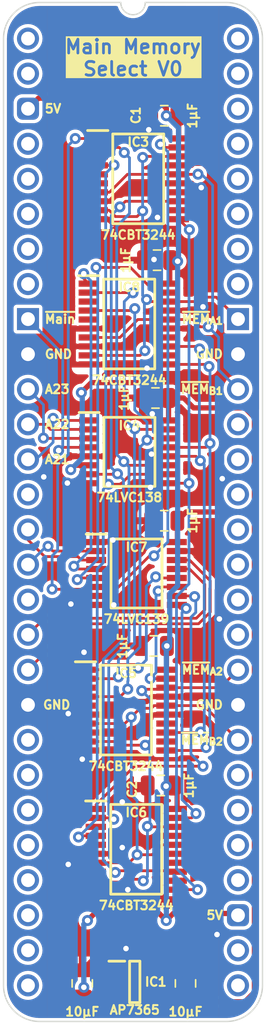
<source format=kicad_pcb>
(kicad_pcb (version 20240108) (generator "pcbnew") (generator_version "8.0")
  (title_block (title "Main Memory Select") (date "2024-02-18") (rev "V0"))
  (layers (0 "F.Cu" signal) (31 "B.Cu" signal) (34 "B.Paste" user) (35 "F.Paste" user) (36 "B.SilkS" user "B.Silkscreen") (37 "F.SilkS" user "F.Silkscreen") (38 "B.Mask" user) (39 "F.Mask" user) (44 "Edge.Cuts" user))
  (net 0 "")
  (net 1 "/3.3V")
  (net 3 "/Memory 14..16MB ~{CS}")
  (net 4 "/Memory 12..14MB ~{CS}")
  (net 5 "/Memory 10..12MB ~{CS}")
  (net 6 "/Memory 8..10MB ~{CS}")
  (net 7 "/Memory 6..8MB ~{CS}")
  (net 8 "/Memory 4..6MB ~{CS}")
  (net 9 "/Memory 2..4MB ~{CS}")
  (net 10 "/Memory 0..2MB ~{CS}")
  (net 27 "5V")
  (net 28 "GND")
  (net 37 "/Memory 8..12MB_{ Device}X")
  (net 67 "A21_{M}")
  (net 68 "A22_{M}")
  (net 69 "A23_{M}")
  (net 70 "~{Main}_{M}")
  (net 71 "~{Memory _{2..4MB}}_{ Device}X")
  (net 72 "~{Memory _{0..2MB}}_{ Device}X")
  (net 73 "/Memory 12..16MB_{ Device}X")
  (net 74 "/Memory 0..4MB_{ Device}Y")
  (net 75 "~{Memory _{2..4MB}}_{ Device}Y")
  (net 76 "~{Memory _{0..2MB}}_{ Device}Y")
  (net 77 "/Memory 4..8MB_{ Device}Y")
  (net 78 "/Memory 8..12MB_{ Device}Y")
  (net 79 "/Memory 12..16MB_{ Device}Y")
  (net 80 "Select 0_{ Device}X")
  (net 81 "Select 1_{ Device}X")
  (net 82 "/Memory 0..4MB_{ Device}X")
  (net 83 "/Memory 4..8MB_{ Device}X")
  (net 84 "Select 1_{ Device}Y")
  (net 85 "Select 0_{ Device}Y")
  (footprint "SamacSys_Parts:C_0805" (layer "F.Cu") (at 92.837 126.873)
    (property "Reference" "C10" (hide yes))
    (property "Value" "10µF")
  )
  (footprint "SamacSys_Parts:SOP65P640X110-16N" (layer "F.Cu") (at 96.774 97.166)
    (property "Reference" "IC7")
    (property "Value" "74LVC139PW,118" (hide yes))
  )
  (footprint "SamacSys_Parts:SOT95P285X130-5N" (layer "F.Cu") (at 96.647 126.746)
    (property "Reference" "IC1")
    (property "Value" "AP7365-33WG-7" (hide yes))
  )
  (footprint "SamacSys_Parts:C_0805" (layer "F.Cu") (at 98.806 64.008 90)
    (property "Reference" "C1")
    (property "Value" "1μF")
  )
  (footprint "SamacSys_Parts:C_0805" (layer "F.Cu") (at 98.281 74.471 90)
    (property "Reference" "C3" (hide yes))
    (property "Value" "1μF")
  )
  (footprint "SamacSys_Parts:SOP65P640X120-20N" (layer "F.Cu") (at 96.901 68.58)
    (property "Reference" "IC3")
    (property "Value" "SN74CBT3244CPWR" (hide yes))
  )
  (footprint "SamacSys_Parts:DIP-56_Board_W15.24mm" (layer "F.Cu") (at 88.9 58.42)
    (property "Reference" "J1" (hide yes))
    (property "Value" "Conn_02x28_Counter_Clockwise" (hide yes))
    (fp_line (start -1.778 68.58) (end -1.778 0) (stroke (width 0.1)) (layer "Edge.Cuts"))
    (fp_line (start 6.731 -2.6162) (end 0.835732 -2.613732) (stroke (width 0.1)) (layer "Edge.Cuts"))
    (fp_line (start 14.404267 -2.613733) (end 8.509 -2.6162) (stroke (width 0.1)) (layer "Edge.Cuts"))
    (fp_line (start 14.404268 71.193732) (end 0.835733 71.193733) (stroke (width 0.1)) (layer "Edge.Cuts"))
    (fp_line (start 17.018 68.58) (end 17.017999 -0.000001) (stroke (width 0.1)) (layer "Edge.Cuts"))
    (fp_arc (start -1.778 0) (mid -1.012456 -1.848188) (end 0.835732 -2.613732) (stroke (width 0.1)) (layer "Edge.Cuts"))
    (fp_arc (start 0.835733 71.193733) (mid -1.012457 70.428189) (end -1.778 68.58) (stroke (width 0.1)) (layer "Edge.Cuts"))
    (fp_arc (start 8.509 -2.6162) (mid 7.62 -1.7272) (end 6.731 -2.6162) (stroke (width 0.1)) (layer "Edge.Cuts"))
    (fp_arc (start 14.404267 -2.613733) (mid 16.252457 -1.84819) (end 17.017999 -0.000001) (stroke (width 0.1)) (layer "Edge.Cuts"))
    (fp_arc (start 17.018 68.58) (mid 16.252456 70.428187) (end 14.404268 71.193732) (stroke (width 0.1)) (layer "Edge.Cuts"))
  )
  (footprint "SamacSys_Parts:C_0805" (layer "F.Cu") (at 98.167 84.455 90)
    (property "Reference" "C5" (hide yes))
    (property "Value" "1μF")
  )
  (footprint "SamacSys_Parts:C_0805" (layer "F.Cu") (at 98.552 112.522 90)
    (property "Reference" "C2")
    (property "Value" "1μF")
  )
  (footprint "SamacSys_Parts:C_0805" (layer "F.Cu") (at 100.33 126.873)
    (property "Reference" "C11" (hide yes))
    (property "Value" "10µF")
  )
  (footprint "SamacSys_Parts:SOP65P640X120-20N" (layer "F.Cu") (at 96.757 117.143325)
    (property "Reference" "IC6")
    (property "Value" "SN74CBT3244CPWR" (hide yes))
  )
  (footprint "SamacSys_Parts:C_0805" (layer "F.Cu") (at 98.806 93.345 90)
    (property "Reference" "C12" (hide yes))
    (property "Value" "1μF")
  )
  (footprint "SamacSys_Parts:SOP65P640X110-16N" (layer "F.Cu") (at 96.262 88.354)
    (property "Reference" "IC4")
    (property "Value" "74LVC138APW-Q100J" (hide yes))
  )
  (footprint "SamacSys_Parts:C_0805" (layer "F.Cu") (at 98.044 102.414 90)
    (property "Reference" "C9" (hide yes))
    (property "Value" "1μF")
  )
  (footprint "SamacSys_Parts:SOP65P640X120-20N" (layer "F.Cu") (at 96.012 107.061)
    (property "Reference" "IC5")
    (property "Value" "SN74CBT3244CPWR" (hide yes))
  )
  (footprint "SamacSys_Parts:SOP65P640X120-20N" (layer "F.Cu") (at 96.249 79.095)
    (property "Reference" "IC8")
    (property "Value" "SN74CBT3244CPWR" (hide yes))
  )
  (gr_text "GND" (at 90.043 81.28 0) (layer "F.SilkS") (effects (font (size 0.635 0.635) (thickness 0.15) (bold yes)) (justify left)))
  (gr_text "5V" (at 90.043 63.5 0) (layer "F.SilkS") (effects (font (size 0.635 0.635) (thickness 0.15) (bold yes)) (justify left)))
  (gr_text "GND" (at 103.124 106.68 0) (layer "F.SilkS") (effects (font (size 0.635 0.635) (thickness 0.15) (bold yes)) (justify right)))
  (gr_text "~{Main}" (at 90.043 78.74 0) (layer "F.SilkS") (effects (font (size 0.635 0.635) (thickness 0.15) (bold yes)) (justify left)))
  (gr_text "Main Memory\nSelect V0" (at 96.52 59.817 0) (layer "F.SilkS" knockout) (effects (font (size 1 1) (thickness 0.2) (bold yes))))
  (gr_text "~{MEM}_{A2}" (at 103.124 104.14 0) (layer "F.SilkS") (effects (font (size 0.635 0.635) (thickness 0.15) (bold yes)) (justify right)))
  (gr_text "~{MEM}_{A1}" (at 103.124 78.74 0) (layer "F.SilkS") (effects (font (size 0.635 0.635) (thickness 0.15) (bold yes)) (justify right)))
  (gr_text "A21" (at 90.043 88.9 0) (layer "F.SilkS") (effects (font (size 0.635 0.635) (thickness 0.15) (bold yes)) (justify left)))
  (gr_text "~{MEM}_{B2}" (at 103.124 109.22 0) (layer "F.SilkS") (effects (font (size 0.635 0.635) (thickness 0.15) (bold yes)) (justify right)))
  (gr_text "A23" (at 90.043 83.82 0) (layer "F.SilkS") (effects (font (size 0.635 0.635) (thickness 0.15) (bold yes)) (justify left)))
  (gr_text "~{MEM}_{B1}" (at 103.124 83.82 0) (layer "F.SilkS") (effects (font (size 0.635 0.635) (thickness 0.15) (bold yes)) (justify right)))
  (gr_text "A22" (at 90.043 86.36 0) (layer "F.SilkS") (effects (font (size 0.635 0.635) (thickness 0.15) (bold yes)) (justify left)))
  (gr_text "5V" (at 103.124 121.92 0) (layer "F.SilkS") (effects (font (size 0.635 0.635) (thickness 0.15) (bold yes)) (justify right)))
  (gr_text "GND" (at 89.916 106.68 0) (layer "F.SilkS") (effects (font (size 0.635 0.635) (thickness 0.15) (bold yes)) (justify left)))
  (gr_text "GND" (at 103.124 81.28 0) (layer "F.SilkS") (effects (font (size 0.635 0.635) (thickness 0.15) (bold yes)) (justify right)))
  (segment (start 93.495719 83.34) (end 92.772 84.063719) (width 0.38) (layer "F.Cu") (net 1))
  (segment (start 105.33 127.492915) (end 105.33 93.265) (width 0.38) (layer "F.Cu") (net 1))
  (segment (start 99.101 85.993) (end 99.187 86.079) (width 0.38) (layer "F.Cu") (net 1))
  (segment (start 100.918 85.17) (end 100.203 84.455) (width 0.38) (layer "F.Cu") (net 1))
  (segment (start 100.33 127.807) (end 100.713 128.19) (width 0.38) (layer "F.Cu") (net 1))
  (segment (start 99.74 94.85) (end 99.699 94.891) (width 0.38) (layer "F.Cu") (net 1))
  (segment (start 104.632915 85.17) (end 100.918 85.17) (width 0.38) (layer "F.Cu") (net 1))
  (segment (start 99.101 84.455) (end 97.986 83.34) (width 0.38) (layer "F.Cu") (net 1))
  (segment (start 100.713 128.19) (end 104.632915 128.19) (width 0.38) (layer "F.Cu") (net 1))
  (segment (start 105.33 85.867085) (end 104.632915 85.17) (width 0.38) (layer "F.Cu") (net 1))
  (segment (start 105.33 92.155) (end 105.33 85.867085) (width 0.38) (layer "F.Cu") (net 1))
  (segment (start 92.319409 89.329) (end 92.002634 89.645775) (width 0.38) (layer "F.Cu") (net 1))
  (segment (start 105.33 93.265) (end 104.775 92.71) (width 0.38) (layer "F.Cu") (net 1))
  (segment (start 104.632915 128.19) (end 105.33 127.492915) (width 0.38) (layer "F.Cu") (net 1))
  (segment (start 100.203 84.455) (end 99.101 84.455) (width 0.38) (layer "F.Cu") (net 1))
  (segment (start 104.775 92.71) (end 100.375 92.71) (width 0.38) (layer "F.Cu") (net 1))
  (segment (start 104.775 92.71) (end 105.33 92.155) (width 0.38) (layer "F.Cu") (net 1))
  (segment (start 98.319 125.796) (end 100.33 127.807) (width 0.38) (layer "F.Cu") (net 1))
  (segment (start 99.74 93.345) (end 99.74 94.85) (width 0.38) (layer "F.Cu") (net 1))
  (segment (start 93.337 89.329) (end 92.319409 89.329) (width 0.38) (layer "F.Cu") (net 1))
  (segment (start 99.101 84.455) (end 99.101 85.993) (width 0.38) (layer "F.Cu") (net 1))
  (segment (start 97.986 83.34) (end 93.495719 83.34) (width 0.38) (layer "F.Cu") (net 1))
  (segment (start 100.375 92.71) (end 99.74 93.345) (width 0.38) (layer "F.Cu") (net 1))
  (via (at 92.772 84.063719) (size 0.8) (drill 0.4) (layers "F.Cu" "B.Cu") (net 1))
  (via (at 92.002634 89.645775) (size 0.8) (drill 0.4) (layers "F.Cu" "B.Cu") (net 1))
  (segment (start 92.837 88.811409) (end 92.002634 89.645775) (width 0.38) (layer "B.Cu") (net 1))
  (segment (start 92.837 84.128719) (end 92.837 88.811409) (width 0.38) (layer "B.Cu") (net 1))
  (segment (start 92.772 84.063719) (end 92.837 84.128719) (width 0.38) (layer "B.Cu") (net 1))
  (segment (start 99.839 70.205) (end 95.972996 70.205) (width 0.2) (layer "F.Cu") (net 3))
  (segment (start 95.352985 118.698356) (end 95.233 118.818341) (width 0.2) (layer "F.Cu") (net 3))
  (segment (start 99.625031 118.698356) (end 95.352985 118.698356) (width 0.2) (layer "F.Cu") (net 3))
  (segment (start 93.337 89.979) (end 95.361183 89.979) (width 0.2) (layer "F.Cu") (net 3))
  (segment (start 95.972996 70.205) (end 95.565998 70.611998) (width 0.2) (layer "F.Cu") (net 3))
  (segment (start 95.361183 89.979) (end 95.393344 89.946839) (width 0.2) (layer "F.Cu") (net 3))
  (via (at 95.565998 70.611998) (size 0.8) (drill 0.4) (layers "F.Cu" "B.Cu") (net 3))
  (via (at 95.393344 89.946839) (size 0.8) (drill 0.4) (layers "F.Cu" "B.Cu") (net 3))
  (via (at 95.233 118.818341) (size 0.8) (drill 0.4) (layers "F.Cu" "B.Cu") (net 3))
  (segment (start 94.939 89.492495) (end 94.939 71.238996) (width 0.2) (layer "B.Cu") (net 3))
  (segment (start 94.361 103.389628) (end 94.361 117.946341) (width 0.2) (layer "B.Cu") (net 3))
  (segment (start 95.828 90.381495) (end 95.828 101.922628) (width 0.2) (layer "B.Cu") (net 3))
  (segment (start 95.828 101.922628) (end 94.361 103.389628) (width 0.2) (layer "B.Cu") (net 3))
  (segment (start 94.939 71.238996) (end 95.565998 70.611998) (width 0.2) (layer "B.Cu") (net 3))
  (segment (start 94.361 117.946341) (end 95.233 118.818341) (width 0.2) (layer "B.Cu") (net 3))
  (segment (start 95.393344 89.946839) (end 94.939 89.492495) (width 0.2) (layer "B.Cu") (net 3))
  (segment (start 95.393344 89.946839) (end 95.828 90.381495) (width 0.2) (layer "B.Cu") (net 3))
  (segment (start 100.597 72.263) (end 100.612 72.263) (width 0.2) (layer "F.Cu") (net 4))
  (segment (start 99.839 71.505) (end 100.597 72.263) (width 0.2) (layer "F.Cu") (net 4))
  (segment (start 99.187 90.629) (end 100.584 90.629) (width 0.2) (layer "F.Cu") (net 4))
  (segment (start 101.202 120.064325) (end 99.699 120.064325) (width 0.2) (layer "F.Cu") (net 4))
  (via (at 100.612 72.263) (size 0.8) (drill 0.4) (layers "F.Cu" "B.Cu") (net 4))
  (via (at 101.202 120.064325) (size 0.8) (drill 0.4) (layers "F.Cu" "B.Cu") (net 4))
  (via (at 100.584 90.629) (size 0.8) (drill 0.4) (layers "F.Cu" "B.Cu") (net 4))
  (segment (start 100.584 97.921482) (end 100.584 90.629) (width 0.2) (layer "B.Cu") (net 4))
  (segment (start 99.675998 118.538323) (end 99.675998 98.829484) (width 0.2) (layer "B.Cu") (net 4))
  (segment (start 100.584 72.291) (end 100.612 72.263) (width 0.2) (layer "B.Cu") (net 4))
  (segment (start 101.202 120.064325) (end 99.675998 118.538323) (width 0.2) (layer "B.Cu") (net 4))
  (segment (start 99.675998 98.829484) (end 100.584 97.921482) (width 0.2) (layer "B.Cu") (net 4))
  (segment (start 100.584 90.629) (end 100.584 72.291) (width 0.2) (layer "B.Cu") (net 4))
  (segment (start 96.351133 89.979) (end 95.683294 90.646839) (width 0.2) (layer "F.Cu") (net 5))
  (segment (start 93.819 116.168325) (end 92.652004 116.168325) (width 0.2) (layer "F.Cu") (net 5))
  (segment (start 99.187 89.979) (end 96.351133 89.979) (width 0.2) (layer "F.Cu") (net 5))
  (segment (start 92.652004 116.168325) (end 92.566004 116.254325) (width 0.2) (layer "F.Cu") (net 5))
  (segment (start 93.963 67.605) (end 95.122358 67.605) (width 0.2) (layer "F.Cu") (net 5))
  (segment (start 95.580047 90.702903) (end 94.738842 90.702903) (width 0.2) (layer "F.Cu") (net 5))
  (segment (start 95.636111 90.646839) (end 95.580047 90.702903) (width 0.2) (layer "F.Cu") (net 5))
  (segment (start 95.122358 67.605) (end 95.144142 67.583216) (width 0.2) (layer "F.Cu") (net 5))
  (segment (start 95.683294 90.646839) (end 95.636111 90.646839) (width 0.2) (layer "F.Cu") (net 5))
  (via (at 92.566004 116.254325) (size 0.8) (drill 0.4) (layers "F.Cu" "B.Cu") (net 5))
  (via (at 95.144142 67.583216) (size 0.8) (drill 0.4) (layers "F.Cu" "B.Cu") (net 5))
  (via (at 94.738842 90.702903) (size 0.8) (drill 0.4) (layers "F.Cu" "B.Cu") (net 5))
  (segment (start 93.922 96.823361) (end 93.922 114.898328) (width 0.2) (layer "B.Cu") (net 5))
  (segment (start 95.144142 67.583216) (end 94.539 68.188358) (width 0.2) (layer "B.Cu") (net 5))
  (segment (start 92.566004 116.254325) (end 93.922 114.898328) (width 0.2) (layer "B.Cu") (net 5))
  (segment (start 94.361 96.384361) (end 93.922 96.823361) (width 0.2) (layer "B.Cu") (net 5))
  (segment (start 94.539 90.503061) (end 94.738842 90.702903) (width 0.2) (layer "B.Cu") (net 5))
  (segment (start 94.361 91.080745) (end 94.361 96.384361) (width 0.2) (layer "B.Cu") (net 5))
  (segment (start 94.738842 90.702903) (end 94.361 91.080745) (width 0.2) (layer "B.Cu") (net 5))
  (segment (start 94.539 68.188358) (end 94.539 90.503061) (width 0.2) (layer "B.Cu") (net 5))
  (segment (start 95.023233 114.868325) (end 95.121648 114.96674) (width 0.2) (layer "F.Cu") (net 6))
  (segment (start 96.123398 89.329) (end 95.853283 89.058885) (width 0.2) (layer "F.Cu") (net 6))
  (segment (start 93.963 66.305) (end 95.515002 66.305) (width 0.2) (layer "F.Cu") (net 6))
  (segment (start 93.819 114.868325) (end 95.023233 114.868325) (width 0.2) (layer "F.Cu") (net 6))
  (segment (start 99.187 89.329) (end 96.123398 89.329) (width 0.2) (layer "F.Cu") (net 6))
  (segment (start 95.515002 66.305) (end 95.885001 66.674999) (width 0.2) (layer "F.Cu") (net 6))
  (via (at 95.885001 66.674999) (size 0.8) (drill 0.4) (layers "F.Cu" "B.Cu") (net 6))
  (via (at 95.853283 89.058885) (size 0.8) (drill 0.4) (layers "F.Cu" "B.Cu") (net 6))
  (via (at 95.121648 114.96674) (size 0.8) (drill 0.4) (layers "F.Cu" "B.Cu") (net 6))
  (segment (start 95.339 88.544602) (end 95.339 72.02095) (width 0.2) (layer "B.Cu") (net 6))
  (segment (start 96.266 71.09395) (end 96.266 67.055998) (width 0.2) (layer "B.Cu") (net 6))
  (segment (start 96.266 67.055998) (end 95.885001 66.674999) (width 0.2) (layer "B.Cu") (net 6))
  (segment (start 95.853283 89.058885) (end 96.228 89.433602) (width 0.2) (layer "B.Cu") (net 6))
  (segment (start 95.339 72.02095) (end 96.266 71.09395) (width 0.2) (layer "B.Cu") (net 6))
  (segment (start 95.853283 89.058885) (end 95.339 88.544602) (width 0.2) (layer "B.Cu") (net 6))
  (segment (start 94.761 114.606092) (end 95.121648 114.96674) (width 0.2) (layer "B.Cu") (net 6))
  (segment (start 96.228 102.088314) (end 94.761 103.555314) (width 0.2) (layer "B.Cu") (net 6))
  (segment (start 96.228 89.433602) (end 96.228 102.088314) (width 0.2) (layer "B.Cu") (net 6))
  (segment (start 94.761 103.555314) (end 94.761 114.606092) (width 0.2) (layer "B.Cu") (net 6))
  (segment (start 98.95 108.686) (end 101.387863 108.686) (width 0.2) (layer "F.Cu") (net 7))
  (segment (start 101.0928 88.679) (end 101.408 88.9942) (width 0.2) (layer "F.Cu") (net 7))
  (segment (start 99.187 80.72) (end 101.167002 80.72) (width 0.2) (layer "F.Cu") (net 7))
  (segment (start 99.187 88.679) (end 101.0928 88.679) (width 0.2) (layer "F.Cu") (net 7))
  (segment (start 101.387863 108.686) (end 101.426 108.647863) (width 0.2) (layer "F.Cu") (net 7))
  (segment (start 101.167002 80.72) (end 101.346002 80.899) (width 0.2) (layer "F.Cu") (net 7))
  (via (at 101.408 88.9942) (size 0.8) (drill 0.4) (layers "F.Cu" "B.Cu") (net 7))
  (via (at 101.426 108.647863) (size 0.8) (drill 0.4) (layers "F.Cu" "B.Cu") (net 7))
  (via (at 101.346002 80.899) (size 0.8) (drill 0.4) (layers "F.Cu" "B.Cu") (net 7))
  (segment (start 101.689 108.384863) (end 101.426 108.647863) (width 0.2) (layer "B.Cu") (net 7))
  (segment (start 101.408 88.9942) (end 101.335056 88.921256) (width 0.2) (layer "B.Cu") (net 7))
  (segment (start 101.335056 88.921256) (end 101.335056 80.909946) (width 0.2) (layer "B.Cu") (net 7))
  (segment (start 101.689 89.2752) (end 101.689 108.384863) (width 0.2) (layer "B.Cu") (net 7))
  (segment (start 101.335056 80.909946) (end 101.346002 80.899) (width 0.2) (layer "B.Cu") (net 7))
  (segment (start 101.408 88.9942) (end 101.689 89.2752) (width 0.2) (layer "B.Cu") (net 7))
  (segment (start 101.611134 109.986) (end 101.826 109.771134) (width 0.2) (layer "F.Cu") (net 8))
  (segment (start 101.885996 82.02) (end 102.034996 82.169) (width 0.2) (layer "F.Cu") (net 8))
  (segment (start 98.95 109.986) (end 101.611134 109.986) (width 0.2) (layer "F.Cu") (net 8))
  (segment (start 99.187 82.02) (end 101.885996 82.02) (width 0.2) (layer "F.Cu") (net 8))
  (segment (start 99.187 88.029) (end 101.818779 88.029) (width 0.2) (layer "F.Cu") (net 8))
  (segment (start 101.818779 88.029) (end 102.108 87.739779) (width 0.2) (layer "F.Cu") (net 8))
  (via (at 102.108 87.739779) (size 0.8) (drill 0.4) (layers "F.Cu" "B.Cu") (net 8))
  (via (at 101.826 109.771134) (size 0.8) (drill 0.4) (layers "F.Cu" "B.Cu") (net 8))
  (via (at 102.034996 82.169) (size 0.8) (drill 0.4) (layers "F.Cu" "B.Cu") (net 8))
  (segment (start 102.108 98.226608) (end 102.089 98.245608) (width 0.2) (layer "B.Cu") (net 8))
  (segment (start 102.089 98.245608) (end 102.089 107.964036) (width 0.2) (layer "B.Cu") (net 8))
  (segment (start 102.126 108.001036) (end 102.126 109.471134) (width 0.2) (layer "B.Cu") (net 8))
  (segment (start 102.089 107.964036) (end 102.126 108.001036) (width 0.2) (layer "B.Cu") (net 8))
  (segment (start 102.108 82.242004) (end 102.034996 82.169) (width 0.2) (layer "B.Cu") (net 8))
  (segment (start 102.108 87.739779) (end 102.108 98.226608) (width 0.2) (layer "B.Cu") (net 8))
  (segment (start 102.126 109.471134) (end 101.826 109.771134) (width 0.2) (layer "B.Cu") (net 8))
  (segment (start 102.108 87.739779) (end 102.108 82.242004) (width 0.2) (layer "B.Cu") (net 8))
  (segment (start 97.66 87.379) (end 97.536 87.503) (width 0.2) (layer "F.Cu") (net 9))
  (segment (start 93.074 106.086) (end 95.59 106.086) (width 0.2) (layer "F.Cu") (net 9))
  (segment (start 96.647 77.978) (end 96.505 78.12) (width 0.2) (layer "F.Cu") (net 9))
  (segment (start 95.59 106.086) (end 96.139 105.537) (width 0.2) (layer "F.Cu") (net 9))
  (segment (start 99.187 87.379) (end 97.66 87.379) (width 0.2) (layer "F.Cu") (net 9))
  (segment (start 96.505 78.12) (end 93.311 78.12) (width 0.2) (layer "F.Cu") (net 9))
  (via (at 97.536 87.503) (size 0.8) (drill 0.4) (layers "F.Cu" "B.Cu") (net 9))
  (via (at 96.647 77.978) (size 0.8) (drill 0.4) (layers "F.Cu" "B.Cu") (net 9))
  (via (at 96.139 105.537) (size 0.8) (drill 0.4) (layers "F.Cu" "B.Cu") (net 9))
  (segment (start 97.536 86.20695) (end 96.647 85.31795) (width 0.2) (layer "B.Cu") (net 9))
  (segment (start 96.139 104.346287) (end 96.161 104.368287) (width 0.2) (layer "B.Cu") (net 9))
  (segment (start 96.647 85.31795) (end 96.647 77.978) (width 0.2) (layer "B.Cu") (net 9))
  (segment (start 97.028 102.489) (end 96.139 103.378) (width 0.2) (layer "B.Cu") (net 9))
  (segment (start 97.028 88.011) (end 97.028 102.489) (width 0.2) (layer "B.Cu") (net 9))
  (segment (start 97.536 87.503) (end 97.536 86.20695) (width 0.2) (layer "B.Cu") (net 9))
  (segment (start 96.139 103.378) (end 96.139 104.346287) (width 0.2) (layer "B.Cu") (net 9))
  (segment (start 97.536 87.503) (end 97.028 88.011) (width 0.2) (layer "B.Cu") (net 9))
  (segment (start 96.139 104.970187) (end 96.139 105.537) (width 0.2) (layer "B.Cu") (net 9))
  (segment (start 96.161 104.948187) (end 96.139 104.970187) (width 0.2) (layer "B.Cu") (net 9))
  (segment (start 96.161 104.368287) (end 96.161 104.948187) (width 0.2) (layer "B.Cu") (net 9))
  (segment (start 93.311 76.82) (end 96.505 76.82) (width 0.2) (layer "F.Cu") (net 10))
  (segment (start 95.333237 104.786) (end 95.461 104.658237) (width 0.2) (layer "F.Cu") (net 10))
  (segment (start 99.187 86.729) (end 96.687 86.729) (width 0.2) (layer "F.Cu") (net 10))
  (segment (start 96.687 86.729) (end 96.647 86.689) (width 0.2) (layer "F.Cu") (net 10))
  (segment (start 96.505 76.82) (end 96.520004 76.835004) (width 0.2) (layer "F.Cu") (net 10))
  (segment (start 93.074 104.786) (end 95.333237 104.786) (width 0.2) (layer "F.Cu") (net 10))
  (via (at 96.520004 76.835004) (size 0.8) (drill 0.4) (layers "F.Cu" "B.Cu") (net 10))
  (via (at 95.461 104.658237) (size 0.8) (drill 0.4) (layers "F.Cu" "B.Cu") (net 10))
  (via (at 96.647 86.689) (size 0.8) (drill 0.4) (layers "F.Cu" "B.Cu") (net 10))
  (segment (start 95.885 77.470008) (end 96.520004 76.835004) (width 0.2) (layer "B.Cu") (net 10))
  (segment (start 95.885 85.927) (end 95.885 77.470008) (width 0.2) (layer "B.Cu") (net 10))
  (segment (start 96.628 86.708) (end 96.628 102.254) (width 0.2) (layer "B.Cu") (net 10))
  (segment (start 95.461 103.421) (end 95.461 104.658237) (width 0.2) (layer "B.Cu") (net 10))
  (segment (start 96.647 86.689) (end 96.628 86.708) (width 0.2) (layer "B.Cu") (net 10))
  (segment (start 96.628 102.254) (end 95.461 103.421) (width 0.2) (layer "B.Cu") (net 10))
  (segment (start 96.647 86.689) (end 95.885 85.927) (width 0.2) (layer "B.Cu") (net 10))
  (segment (start 98.9395 63.477403) (end 98.200097 62.738) (width 0.38) (layer "F.Cu") (net 27))
  (segment (start 98.200097 62.738) (end 89.662 62.738) (width 0.38) (layer "F.Cu") (net 27))
  (segment (start 99.723 112.571325) (end 99.723 114.190325) (width 0.38) (layer "F.Cu") (net 27))
  (segment (start 98.9395 64.008) (end 98.9395 63.477403) (width 0.38) (layer "F.Cu") (net 27))
  (segment (start 98.9395 64.008) (end 99.74 64.008) (width 0.38) (layer "F.Cu") (net 27))
  (segment (start 99.187 76.17) (end 99.187 74.499) (width 0.38) (layer "F.Cu") (net 27))
  (segment (start 96.312 127.686) (end 96.302 127.696) (width 0.38) (layer "F.Cu") (net 27))
  (segment (start 96.312 125.806) (end 96.312 127.686) (width 0.38) (layer "F.Cu") (net 27))
  (segment (start 95.347 125.796) (end 96.302 125.796) (width 0.38) (layer "F.Cu") (net 27))
  (segment (start 99.723 112.571325) (end 98.9225 112.571325) (width 0.38) (layer "F.Cu") (net 27))
  (segment (start 89.662 62.738) (end 88.9 63.5) (width 0.38) (layer "F.Cu") (net 27))
  (segment (start 93.726001 121.793) (end 93.218001 122.301) (width 0.38) (layer "F.Cu") (net 27))
  (segment (start 96.302 127.696) (end 95.347 127.696) (width 0.38) (layer "F.Cu") (net 27))
  (segment (start 98.95 104.136) (end 98.95 102.442) (width 0.38) (layer "F.Cu") (net 27))
  (segment (start 92.837 127.254) (end 92.951885 127.139115) (width 0.38) (layer "F.Cu") (net 27))
  (segment (start 99.293 74.549) (end 99.76 74.549) (width 0.38) (layer "F.Cu") (net 27))
  (segment (start 99.441 121.793) (end 98.933 122.301) (width 0.38) (layer "F.Cu") (net 27))
  (segment (start 104.013 121.793) (end 99.441 121.793) (width 0.38) (layer "F.Cu") (net 27))
  (segment (start 98.425 121.793) (end 93.726001 121.793) (width 0.38) (layer "F.Cu") (net 27))
  (segment (start 98.933 122.301) (end 98.425 121.793) (width 0.38) (layer "F.Cu") (net 27))
  (segment (start 99.839 65.655) (end 99.839 64.107) (width 0.38) (layer "F.Cu") (net 27))
  (segment (start 96.302 125.796) (end 96.312 125.806) (width 0.38) (layer "F.Cu") (net 27))
  (segment (start 92.837 127.807) (end 92.837 127.254) (width 0.38) (layer "F.Cu") (net 27))
  (segment (start 92.837 127.807) (end 95.236 127.807) (width 0.38) (layer "F.Cu") (net 27))
  (via (at 99.76 74.549) (size 0.8) (drill 0.4) (layers "F.Cu" "B.Cu") (net 27))
  (via (at 98.9395 64.008) (size 0.8) (drill 0.4) (layers "F.Cu" "B.Cu") (net 27))
  (via (at 92.951885 127.139115) (size 0.8) (drill 0.4) (layers "F.Cu" "B.Cu") (net 27))
  (via (at 98.933 122.301) (size 0.8) (drill 0.4) (layers "F.Cu" "B.Cu") (net 27))
  (via (at 98.97596 102.414) (size 0.8) (drill 0.4) (layers "F.Cu" "B.Cu") (net 27))
  (via (at 98.9225 112.571325) (size 0.8) (drill 0.4) (layers "F.Cu" "B.Cu") (net 27))
  (via (at 93.218001 122.301) (size 0.8) (drill 0.4) (layers "F.Cu" "B.Cu") (net 27))
  (segment (start 92.951885 122.567116) (end 93.218001 122.301) (width 0.38) (layer "B.Cu") (net 27))
  (segment (start 98.9395 102.45046) (end 98.97596 102.414) (width 0.38) (layer "B.Cu") (net 27))
  (segment (start 99.185998 102.203962) (end 99.185998 98.62652) (width 0.38) (layer "B.Cu") (net 27))
  (segment (start 99.76 98.052518) (end 99.76 74.549) (width 0.38) (layer "B.Cu") (net 27))
  (segment (start 98.97596 102.414) (end 99.185998 102.203962) (width 0.38) (layer "B.Cu") (net 27))
  (segment (start 99.822 64.8905) (end 99.822 74.487) (width 0.38) (layer "B.Cu") (net 27))
  (segment (start 98.9395 122.2945) (end 98.933 122.301) (width 0.38) (layer "B.Cu") (net 27))
  (segment (start 98.9395 64.008) (end 99.822 64.8905) (width 0.38) (layer "B.Cu") (net 27))
  (segment (start 98.9395 112.268) (end 98.9395 102.45046) (width 0.38) (layer "B.Cu") (net 27))
  (segment (start 98.9395 112.268) (end 98.9395 122.2945) (width 0.38) (layer "B.Cu") (net 27))
  (segment (start 92.951885 127.139115) (end 92.951885 122.567116) (width 0.38) (layer "B.Cu") (net 27))
  (segment (start 99.822 74.487) (end 99.76 74.549) (width 0.38) (layer "B.Cu") (net 27))
  (segment (start 99.185998 98.62652) (end 99.76 98.052518) (width 0.38) (layer "B.Cu") (net 27))
  (segment (start 97.078 102.414) (end 98.193 101.299) (width 0.38) (layer "F.Cu") (net 28))
  (segment (start 91.078132 90.17) (end 91.194954 90.053178) (width 0.38) (layer "F.Cu") (net 28))
  (segment (start 88.9 106.68) (end 89.916 106.68) (width 0.38) (layer "F.Cu") (net 28))
  (segment (start 98.649 91.821) (end 101.346 91.821) (width 0.38) (layer "F.Cu") (net 28))
  (segment (start 98.0695 79.42) (end 97.6065 79.883) (width 0.38) (layer "F.Cu") (net 28))
  (segment (start 97.79 90.962) (end 98.649 91.821) (width 0.38) (layer "F.Cu") (net 28))
  (segment (start 94.912 94.891) (end 95.061 94.742) (width 0.38) (layer "F.Cu") (net 28))
  (segment (start 102.95 80.09) (end 104.14 81.28) (width 0.38) (layer "F.Cu") (net 28))
  (segment (start 90.043 90.17) (end 91.078132 90.17) (width 0.38) (layer "F.Cu") (net 28))
  (segment (start 92.1835 80.73) (end 92.1835 82.01) (width 0.38) (layer "F.Cu") (net 28))
  (segment (start 103.546 106.086) (end 98.95 106.086) (width 0.38) (layer "F.Cu") (net 28))
  (segment (start 95.21 94.891) (end 95.061 94.742) (width 0.38) (layer "F.Cu") (net 28))
  (segment (start 97.662994 64.185006) (end 97.662994 65.024) (width 0.38) (layer "F.Cu") (net 28))
  (segment (start 97.995004 74.471) (end 98.044 74.422004) (width 0.38) (layer "F.Cu") (net 28))
  (segment (start 93.819 117.468325) (end 95.289 117.468325) (width 0.38) (layer "F.Cu") (net 28))
  (segment (start 93.819 120.068325) (end 92.7015 120.068325) (width 0.38) (layer "F.Cu") (net 28))
  (segment (start 96.294 94.891) (end 95.21 94.891) (width 0.38) (layer "F.Cu") (net 28))
  (segment (start 98.95 106.086) (end 97.876 106.086) (width 0.38) (layer "F.Cu") (net 28))
  (segment (start 100.8125 116.168325) (end 100.8225 116.178325) (width 0.38) (layer "F.Cu") (net 28))
  (segment (start 92.1835 79.455) (end 92.1835 80.685) (width 0.38) (layer "F.Cu") (net 28))
  (segment (start 98.915 107.421) (end 97.8225 107.421) (width 0.38) (layer "F.Cu") (net 28))
  (segment (start 98.2375 116.508325) (end 98.5775 116.168325) (width 0.38) (layer "F.Cu") (net 28))
  (segment (start 94.855768 70.205) (end 96.155768 68.905) (width 0.38) (layer "F.Cu") (net 28))
  (segment (start 100.8225 117.458325) (end 100.8125 117.468325) (width 0.38) (layer "F.Cu") (net 28))
  (segment (start 101.346 91.821) (end 101.473 91.821) (width 0.38) (layer "F.Cu") (net 28))
  (segment (start 95.551932 108.686) (end 93.074 108.686) (width 0.38) (layer "F.Cu") (net 28))
  (segment (start 101.092 69.215) (end 101.473 69.215) (width 0.38) (layer "F.Cu") (net 28))
  (segment (start 98.5775 116.168325) (end 99.695 116.168325) (width 0.38) (layer "F.Cu") (net 28))
  (segment (start 92.6915 118.778325) (end 92.7015 118.768325) (width 0.38) (layer "F.Cu") (net 28))
  (segment (start 97.876 106.086) (end 97.521 106.441) (width 0.38) (layer "F.Cu") (net 28))
  (segment (start 93.337 88.679) (end 92.410361 88.679) (width 0.38) (layer "F.Cu") (net 28))
  (segment (start 92.8455 70.205) (end 92.8355 70.215) (width 0.38) (layer "F.Cu") (net 28))
  (segment (start 92.6915 120.058325) (end 92.6915 118.778325) (width 0.38) (layer "F.Cu") (net 28))
  (segment (start 92.7085 118.475) (end 92.059 118.475) (width 0.38) (layer "F.Cu") (net 28))
  (segment (start 92.2185 80.72) (end 93.311 80.72) (width 0.38) (layer "F.Cu") (net 28))
  (segment (start 102.95 80.09) (end 101.495036 80.09) (width 0.38) (layer "F.Cu") (net 28))
  (segment (start 91.85218 88.679) (end 91.194954 89.336226) (width 0.38) (layer "F.Cu") (net 28))
  (segment (start 92.6915 118.758325) (end 92.7015 118.768325) (width 0.38) (layer "F.Cu") (net 28))
  (segment (start 93.42 102.414) (end 92.964 102.87) (width 0.38) (layer "F.Cu") (net 28))
  (segment (start 94.328 88.679) (end 93.337 88.679) (width 0.38) (layer "F.Cu") (net 28))
  (segment (start 95.289 117.468325) (end 95.741 117.016325) (width 0.38) (layer "F.Cu") (net 28))
  (segment (start 92.1835 82.01) (end 92.1935 82.02) (width 0.38) (layer "F.Cu") (net 28))
  (segment (start 91.770776 90.629) (end 91.756888 90.615112) (width 0.38) (layer "F.Cu") (net 28))
  (segment (start 99.695 116.168325) (end 100.8125 116.168325) (width 0.38) (layer "F.Cu") (net 28))
  (segment (start 101.331 78.12) (end 101.6 77.851) (width 0.38) (layer "F.Cu") (net 28))
  (segment (start 89.916 106.68) (end 90.622 107.386) (width 0.38) (layer "F.Cu") (net 28))
  (segment (start 93.963 71.505) (end 94.746 71.505) (width 0.38) (layer "F.Cu") (net 28))
  (segment (start 94.746 71.505) (end 95.043 71.802) (width 0.38) (layer "F.Cu") (net 28))
  (segment (start 102.235 68.072) (end 102.235 68.453) (width 0.38) (layer "F.Cu") (net 28))
  (segment (start 93.819 120.068325) (end 96.142976 120.068325) (width 0.38) (layer "F.Cu") (net 28))
  (segment (start 93.963 70.205) (end 94.855768 70.205) (width 0.38) (layer "F.Cu") (net 28))
  (segment (start 94.411 124.333) (end 92.837 125.907) (width 0.38) (layer "F.Cu") (net 28))
  (segment (start 93.337 91.178) (end 93.337 90.629) (width 0.38) (layer "F.Cu") (net 28))
  (segment (start 91.059 81.28) (end 91.609 80.73) (width 0.38) (layer "F.Cu") (net 28))
  (segment (start 92.1835 80.685) (end 92.2185 80.72) (width 0.38) (layer "F.Cu") (net 28))
  (segment (start 96.163672 88.252045) (end 94.754955 88.252045) (width 0.38) (layer "F.Cu") (net 28))
  (segment (start 96.012 124.333) (end 94.411 124.333) (width 0.38) (layer "F.Cu") (net 28))
  (segment (start 101.495036 80.09) (end 100.825036 79.42) (width 0.38) (layer "F.Cu") (net 28))
  (segment (start 92.7015 118.768325) (end 93.819 118.768325) (width 0.38) (layer "F.Cu") (net 28))
  (segment (start 99.187 78.12) (end 101.331 78.12) (width 0.38) (layer "F.Cu") (net 28))
  (segment (start 91.821 107.315) (end 91.892 107.386) (width 0.38) (layer "F.Cu") (net 28))
  (segment (start 92.8355 71.495) (end 92.8455 71.505) (width 0.38) (layer "F.Cu") (net 28))
  (segment (start 91.892 107.386) (end 93.074 107.386) (width 0.38) (layer "F.Cu") (net 28))
  (segment (start 93.337 90.629) (end 91.770776 90.629) (width 0.38) (layer "F.Cu") (net 28))
  (segment (start 96.251 106.441) (end 95.306 107.386) (width 0.38) (layer "F.Cu") (net 28))
  (segment (start 93.819 117.468325) (end 92.7015 117.468325) (width 0.38) (layer "F.Cu") (net 28))
  (segment (start 99.699 95.541) (end 100.804 95.541) (width 0.38) (layer "F.Cu") (net 28))
  (segment (start 92.059 118.475) (end 91.821 118.237) (width 0.38) (layer "F.Cu") (net 28))
  (segment (start 97.201 84.882) (end 97.917 85.598) (width 0.38) (layer "F.Cu") (net 28))
  (segment (start 97.26 82.02) (end 97.536 82.296) (width 0.38) (layer "F.Cu") (net 28))
  (segment (start 98.193 101.299) (end 101.947006 101.299) (width 0.38) (layer "F.Cu") (net 28))
  (segment (start 96.249 116.508325) (end 98.2375 116.508325) (width 0.38) (layer "F.Cu") (net 28))
  (segment (start 93.849 94.891) (end 94.912 94.891) (width 0.38) (layer "F.Cu") (net 28))
  (segment (start 93.903 125.907) (end 92.837 125.907) (width 0.38) (layer "F.Cu") (net 28))
  (segment (start 92.410361 88.679) (end 91.85218 88.679) (width 0.38) (layer "F.Cu") (net 28))
  (segment (start 91.194954 90.053178) (end 91.756888 90.615112) (width 0.38) (layer "F.Cu") (net 28))
  (segment (start 101.947006 101.299) (end 102.789006 100.457) (width 0.38) (layer "F.Cu") (net 28))
  (segment (start 97.862498 88.519) (end 96.430627 88.519) (width 0.38) (layer "F.Cu") (net 28))
  (segment (start 102.789006 97.526006) (end 102.789006 100.457) (width 0.38) (layer "F.Cu") (net 28))
  (segment (start 102.235 68.453) (end 101.473 69.215) (width 0.38) (layer "F.Cu") (net 28))
  (segment (start 91.194954 89.336226) (end 91.194954 90.053178) (width 0.38) (layer "F.Cu") (net 28))
  (segment (start 100.8225 116.178325) (end 100.8225 117.458325) (width 0.38) (layer "F.Cu") (net 28))
  (segment (start 100.75707 67.605) (end 100.908521 67.453549) (width 0.38) (layer "F.Cu") (net 28))
  (segment (start 92.1935 82.02) (end 93.311 82.02) (width 0.38) (layer "F.Cu") (net 28))
  (segment (start 100.908521 67.453549) (end 101.616549 67.453549) (width 0.38) (layer "F.Cu") (net 28))
  (segment (start 92.7015 120.068325) (end 92.6915 120.058325) (width 0.38) (layer "F.Cu") (net 28))
  (segment (start 95.831932 108.966) (end 95.551932 108.686) (width 0.38) (layer "F.Cu") (net 28))
  (segment (start 92.075 99.441) (end 92.011502 99.377502) (width 0.38) (layer "F.Cu") (net 28))
  (segment (start 101.473 91.821) (end 102.997 90.297) (width 0.38) (layer "F.Cu") (net 28))
  (segment (start 88.9 81.28) (end 91.059 81.28) (width 0.38) (layer "F.Cu") (net 28))
  (segment (start 97.79 90.932) (end 97.79 90.962) (width 0.38) (layer "F.Cu") (net 28))
  (segment (start 95.347 126.746) (end 94.742 126.746) (width 0.38) (layer "F.Cu") (net 28))
  (segment (start 100.33 125.603) (end 102.616 123.317) (width 0.38) (layer "F.Cu") (net 28))
  (segment (start 92.1935 80.72) (end 92.1835 80.73) (width 0.38) (layer "F.Cu") (net 28))
  (segment (start 98.756 124.333) (end 100.33 125.907) (width 0.38) (layer "F.Cu") (net 28))
  (segment (start 101.616549 67.453549) (end 102.235 68.072) (width 0.38) (layer "F.Cu") (net 28))
  (segment (start 100.782 68.905) (end 101.092 69.215) (width 0.38) (layer "F.Cu") (net 28))
  (segment (start 97.8225 107.652429) (end 96.508929 108.966) (width 0.38) (layer "F.Cu") (net 28))
  (segment (start 99.839 68.905) (end 100.782 68.905) (width 0.38) (layer "F.Cu") (net 28))
  (segment (start 92.8455 71.505) (end 93.963 71.505) (width 0.38) (layer "F.Cu") (net 28))
  (segment (start 102.95 80.09) (end 102.95 79.149664) (width 0.38) (layer "F.Cu") (net 28))
  (segment (start 92.8355 70.195) (end 92.8455 70.205) (width 0.38) (layer "F.Cu") (net 28))
  (segment (start 96.064 80.72) (end 93.311 80.72) (width 0.38) (layer "F.Cu") (net 28))
  (segment (start 96.901 79.883) (end 96.064 80.72) (width 0.38) (layer "F.Cu") (net 28))
  (segment (start 91.75 107.386) (end 91.821 107.315) (width 0.38) (layer "F.Cu") (net 28))
  (segment (start 93.963 70.205) (end 92.8455 70.205) (width 0.38) (layer "F.Cu") (net 28))
  (segment (start 92.8355 70.215) (end 92.8355 71.495) (width 0.38) (layer "F.Cu") (net 28))
  (segment (start 93.074 110.380004) (end 92.837004 110.617) (width 0.38) (layer "F.Cu") (net 28))
  (segment (start 96.508929 108.966) (end 95.831932 108.966) (width 0.38) (layer "F.Cu") (net 28))
  (segment (start 93.311 82.02) (end 97.26 82.02) (width 0.38) (layer "F.Cu") (net 28))
  (segment (start 92.7015 117.468325) (end 92.6915 117.478325) (width 0.38) (layer "F.Cu") (net 28))
  (segment (start 100.804 95.541) (end 102.789006 97.526006) (width 0.38) (layer "F.Cu") (net 28))
  (segment (start 92.6915 117.478325) (end 92.6915 118.758325) (width 0.38) (layer "F.Cu") (net 28))
  (segment (start 96.430627 88.519) (end 96.163672 88.252045) (width 0.38) (layer "F.Cu") (net 28))
  (segment (start 96.155768 68.905) (end 99.839 68.905) (width 0.38) (layer "F.Cu") (net 28))
  (segment (start 92.8355 68.915) (end 92.8355 70.195) (width 0.38) (layer "F.Cu") (net 28))
  (segment (start 93.849 99.441) (end 92.075 99.441) (width 0.38) (layer "F.Cu") (net 28))
  (segment (start 97.229097 91.492903) (end 93.651903 91.492903) (width 0.38) (layer "F.Cu") (net 28))
  (segment (start 94.754955 88.252045) (end 94.328 88.679) (width 0.38) (layer "F.Cu") (net 28))
  (segment (start 97.315 74.471) (end 97.995004 74.471) (width 0.38) (layer "F.Cu") (net 28))
  (segment (start 97.8225 107.421) (end 97.8225 107.652429) (width 0.38) (layer "F.Cu") (net 28))
  (segment (start 96.63 112.825325) (end 95.741 113.714325) (width 0.38) (layer "F.Cu") (net 28))
  (segment (start 97.79 90.932) (end 97.229097 91.492903) (width 0.38) (layer "F.Cu") (net 28))
  (segment (start 102.95 79.149664) (end 101.651336 77.851) (width 0.38) (layer "F.Cu") (net 28))
  (segment (start 95.043 71.802) (end 97.87 71.802) (width 0.38) (layer "F.Cu") (net 28))
  (segment (start 92.410361 88.679) (end 92.409957 88.678596) (width 0.38) (layer "F.Cu") (net 28))
  (segment (start 93.651903 91.492903) (end 93.337 91.178) (width 0.38) (layer "F.Cu") (net 28))
  (segment (start 95.741 117.016325) (end 96.249 116.508325) (width 0.38) (layer "F.Cu") (net 28))
  (segment (start 99.839 67.605) (end 100.75707 67.605) (width 0.38) (layer "F.Cu") (net 28))
  (segment (start 92.8455 68.905) (end 92.8355 68.915) (width 0.38) (layer "F.Cu") (net 28))
  (segment (start 96.142976 120.068325) (end 96.142984 120.068333) (width 0.38) (layer "F.Cu") (net 28))
  (segment (start 99.187 79.42) (end 98.0695 79.42) (width 0.38) (layer "F.Cu") (net 28))
  (segment (start 97.87 71.802) (end 98.298 71.374) (width 0.38) (layer "F.Cu") (net 28))
  (segment (start 95.306 107.386) (end 93.074 107.386) (width 0.38) (layer "F.Cu") (net 28))
  (segment (start 93.265 79.455) (end 92.1835 79.455) (width 0.38) (layer "F.Cu") (net 28))
  (segment (start 91.609 80.73) (end 92.1835 80.73) (width 0.38) (layer "F.Cu") (net 28))
  (segment (start 93.963 68.905) (end 92.8455 68.905) (width 0.38) (layer "F.Cu") (net 28))
  (segment (start 94.742 126.746) (end 93.903 125.907) (width 0.38) (layer "F.Cu") (net 28))
  (segment (start 97.521 106.441) (end 96.251 106.441) (width 0.38) (layer "F.Cu") (net 28))
  (segment (start 97.569 112.825325) (end 96.63 112.825325) (width 0.38) (layer "F.Cu") (net 28))
  (segment (start 93.849 99.441) (end 95.123 99.441) (width 0.38) (layer "F.Cu") (net 28))
  (segment (start 100.8125 117.468325) (end 99.695 117.468325) (width 0.38) (layer "F.Cu") (net 28))
  (segment (start 93.074 109.986) (end 93.074 110.380004) (width 0.38) (layer "F.Cu") (net 28))
  (segment (start 97.84 93.345) (end 96.294 94.891) (width 0.38) (layer "F.Cu") (net 28))
  (segment (start 96.012 124.333) (end 98.756 124.333) (width 0.38) (layer "F.Cu") (net 28))
  (segment (start 93.311 80.72) (end 92.1935 80.72) (width 0.38) (layer "F.Cu") (net 28))
  (segment (start 100.825036 79.42) (end 99.187 79.42) (width 0.38) (layer "F.Cu") (net 28))
  (segment (start 90.622 107.386) (end 91.75 107.386) (width 0.38) (layer "F.Cu") (net 28))
  (segment (start 101.651336 77.851) (end 101.6 77.851) (width 0.38) (layer "F.Cu") (net 28))
  (segment (start 97.6065 79.883) (end 96.901 79.883) (width 0.38) (layer "F.Cu") (net 28))
  (segment (start 97.078 102.414) (end 93.42 102.414) (width 0.38) (layer "F.Cu") (net 28))
  (via (at 98.044 74.422004) (size 0.8) (drill 0.4) (layers "F.Cu" "B.Cu") (net 28))
  (via (at 102.789006 100.457) (size 0.8) (drill 0.4) (layers "F.Cu" "B.Cu") (net 28))
  (via (at 97.917 85.598) (size 0.8) (drill 0.4) (layers "F.Cu" "B.Cu") (net 28))
  (via (at 91.756888 90.615112) (size 0.8) (drill 0.4) (layers "F.Cu" "B.Cu") (net 28))
  (via (at 91.821 118.237) (size 0.8) (drill 0.4) (layers "F.Cu" "B.Cu") (net 28))
  (via (at 92.964 102.87) (size 0.8) (drill 0.4) (layers "F.Cu" "B.Cu") (net 28))
  (via (at 95.123 99.441) (size 0.8) (drill 0.4) (layers "F.Cu" "B.Cu") (net 28))
  (via (at 95.741 113.714325) (size 0.8) (drill 0.4) (layers "F.Cu" "B.Cu") (net 28))
  (via (at 96.012 124.333) (size 0.8) (drill 0.4) (layers "F.Cu" "B.Cu") (net 28))
  (via (at 95.061 94.742) (size 0.8) (drill 0.4) (layers "F.Cu" "B.Cu") (net 28))
  (via (at 102.997 90.297) (size 0.8) (drill 0.4) (layers "F.Cu" "B.Cu") (net 28))
  (via (at 92.837004 110.617) (size 0.8) (drill 0.4) (layers "F.Cu" "B.Cu") (net 28))
  (via (at 102.616 123.317) (size 0.8) (drill 0.4) (layers "F.Cu" "B.Cu") (net 28))
  (via (at 90.043 90.17) (size 0.8) (drill 0.4) (layers "F.Cu" "B.Cu") (net 28))
  (via (at 97.662994 65.024) (size 0.8) (drill 0.4) (layers "F.Cu" "B.Cu") (net 28))
  (via (at 97.862498 88.519) (size 0.8) (drill 0.4) (layers "F.Cu" "B.Cu") (net 28))
  (via (at 91.821 107.315) (size 0.8) (drill 0.4) (layers "F.Cu" "B.Cu") (net 28))
  (via (at 92.011502 99.377502) (size 0.8) (drill 0.4) (layers "F.Cu" "B.Cu") (net 28))
  (via (at 101.6 77.851) (size 0.8) (drill 0.4) (layers "F.Cu" "B.Cu") (net 28))
  (via (at 97.536 82.296) (size 0.8) (drill 0.4) (layers "F.Cu" "B.Cu") (net 28))
  (via (at 97.79 90.932) (size 0.8) (drill 0.4) (layers "F.Cu" "B.Cu") (net 28))
  (via (at 101.473 69.215) (size 0.8) (drill 0.4) (layers "F.Cu" "B.Cu") (net 28))
  (via (at 96.142984 120.068333) (size 0.8) (drill 0.4) (layers "F.Cu" "B.Cu") (net 28))
  (via (at 98.298 71.374) (size 0.8) (drill 0.4) (layers "F.Cu" "B.Cu") (net 28))
  (via (at 95.741 117.016325) (size 0.8) (drill 0.4) (layers "F.Cu" "B.Cu") (net 28))
  (segment (start 97.862498 88.519) (end 97.862498 90.859502) (width 0.38) (layer "B.Cu") (net 28))
  (segment (start 97.662994 66.348605) (end 97.662994 65.024) (width 0.38) (layer "B.Cu") (net 28))
  (segment (start 91.44 98.806) (end 91.44 95.789918) (width 0.38) (layer "B.Cu") (net 28))
  (segment (start 105.41 86.772915) (end 105.41 82.55) (width 0.38) (layer "B.Cu") (net 28))
  (segment (start 98.298 66.983613) (end 97.662994 66.348605) (width 0.38) (layer "B.Cu") (net 28))
  (segment (start 98.298 71.374) (end 98.298 66.983613) (width 0.38) (layer "B.Cu") (net 28))
  (segment (start 92.964 110.490004) (end 92.837004 110.617) (width 0.38) (layer "B.Cu") (net 28))
  (segment (start 91.567 118.237) (end 91.821 118.237) (width 0.38) (layer "B.Cu") (net 28))
  (segment (start 95.123 99.441) (end 94.869 99.187) (width 0.38) (layer "B.Cu") (net 28))
  (segment (start 92.837004 110.617) (end 91.567 111.887004) (width 0.38) (layer "B.Cu") (net 28))
  (segment (start 92.964 106.172) (end 92.964 105.918) (width 0.38) (layer "B.Cu") (net 28))
  (segment (start 94.869 94.934) (end 95.061 94.742) (width 0.38) (layer "B.Cu") (net 28))
  (segment (start 101.6 69.342) (end 101.473 69.215) (width 0.38) (layer "B.Cu") (net 28))
  (segment (start 92.964 100.33) (end 92.011502 99.377502) (width 0.38) (layer "B.Cu") (net 28))
  (segment (start 105.41 82.55) (end 104.14 81.28) (width 0.38) (layer "B.Cu") (net 28))
  (segment (start 101.6 77.851) (end 101.6 69.85) (width 0.38) (layer "B.Cu") (net 28))
  (segment (start 87.71 89.392915) (end 88.487085 90.17) (width 0.38) (layer "B.Cu") (net 28))
  (segment (start 88.9 81.28) (end 87.71 82.47) (width 0.38) (layer "B.Cu") (net 28))
  (segment (start 95.741 117.016325) (end 95.741 118.032325) (width 0.38) (layer "B.Cu") (net 28))
  (segment (start 97.862498 88.519) (end 98.552 87.829498) (width 0.38) (layer "B.Cu") (net 28))
  (segment (start 88.487085 90.17) (end 90.043 90.17) (width 0.38) (layer "B.Cu") (net 28))
  (segment (start 102.95 90.25) (end 102.95 88.312) (width 0.38) (layer "B.Cu") (net 28))
  (segment (start 91.821 107.315) (end 91.948 107.315) (width 0.38) (layer "B.Cu") (net 28))
  (segment (start 97.536 82.296) (end 98.298 81.534) (width 0.38) (layer "B.Cu") (net 28))
  (segment (start 102.789006 105.329006) (end 102.789006 100.457) (width 0.38) (layer "B.Cu") (net 28))
  (segment (start 98.298 81.534) (end 98.298 74.676004) (width 0.38) (layer "B.Cu") (net 28))
  (segment (start 95.885 120.326317) (end 96.142984 120.068333) (width 0.38) (layer "B.Cu") (net 28))
  (segment (start 95.741 113.714325) (end 96.122 114.095325) (width 0.38) (layer "B.Cu") (net 28))
  (segment (start 91.567 111.887004) (end 91.567 118.237) (width 0.38) (layer "B.Cu") (net 28))
  (segment (start 96.012 124.333) (end 95.885 124.206) (width 0.38) (layer "B.Cu") (net 28))
  (segment (start 104.632915 87.55) (end 105.41 86.772915) (width 0.38) (layer "B.Cu") (net 28))
  (segment (start 102.616 108.204) (end 104.14 106.68) (width 0.38) (layer "B.Cu") (net 28))
  (segment (start 104.14 106.68) (end 102.789006 105.329006) (width 0.38) (layer "B.Cu") (net 28))
  (segment (start 95.885 124.206) (end 95.885 120.326317) (width 0.38) (layer "B.Cu") (net 28))
  (segment (start 87.71 82.47) (end 87.71 89.392915) (width 0.38) (layer "B.Cu") (net 28))
  (segment (start 102.95 88.312) (end 103.712 87.55) (width 0.38) (layer "B.Cu") (net 28))
  (segment (start 92.011502 99.377502) (end 91.44 98.806) (width 0.38) (layer "B.Cu") (net 28))
  (segment (start 91.44 95.789918) (end 91.756888 95.47303) (width 0.38) (layer "B.Cu") (net 28))
  (segment (start 103.712 87.55) (end 104.632915 87.55) (width 0.38) (layer "B.Cu") (net 28))
  (segment (start 92.964 108.331) (end 92.964 110.490004) (width 0.38) (layer "B.Cu") (net 28))
  (segment (start 101.6 69.85) (end 101.6 69.342) (width 0.38) (layer "B.Cu") (net 28))
  (segment (start 91.756888 95.47303) (end 91.756888 90.615112) (width 0.38) (layer "B.Cu") (net 28))
  (segment (start 91.821 107.315) (end 92.964 106.172) (width 0.38) (layer "B.Cu") (net 28))
  (segment (start 96.122 116.635325) (end 95.741 117.016325) (width 0.38) (layer "B.Cu") (net 28))
  (segment (start 96.122 114.095325) (end 96.122 116.635325) (width 0.38) (layer "B.Cu") (net 28))
  (segment (start 95.741 118.032325) (end 96.142984 118.434309) (width 0.38) (layer "B.Cu") (net 28))
  (segment (start 102.997 90.297) (end 102.95 90.25) (width 0.38) (layer "B.Cu") (net 28))
  (segment (start 102.616 123.317) (end 102.616 108.204) (width 0.38) (layer "B.Cu") (net 28))
  (segment (start 98.552 86.233) (end 97.917 85.598) (width 0.38) (layer "B.Cu") (net 28))
  (segment (start 97.862498 90.859502) (end 97.79 90.932) (width 0.38) (layer "B.Cu") (net 28))
  (segment (start 98.298 74.676004) (end 98.044 74.422004) (width 0.38) (layer "B.Cu") (net 28))
  (segment (start 92.964 102.87) (end 92.964 100.33) (width 0.38) (layer "B.Cu") (net 28))
  (segment (start 98.552 87.829498) (end 98.552 86.233) (width 0.38) (layer "B.Cu") (net 28))
  (segment (start 91.948 107.315) (end 92.964 108.331) (width 0.38) (layer "B.Cu") (net 28))
  (segment (start 92.964 102.87) (end 92.964 105.918) (width 0.38) (layer "B.Cu") (net 28))
  (segment (start 96.142984 118.434309) (end 96.142984 120.068333) (width 0.38) (layer "B.Cu") (net 28))
  (segment (start 94.869 99.187) (end 94.869 94.934) (width 0.38) (layer "B.Cu") (net 28))
  (segment (start 92.766464 98.310142) (end 90.659267 98.310142) (width 0.2) (layer "F.Cu") (net 37))
  (segment (start 92.81512 98.261486) (end 92.766464 98.310142) (width 0.2) (layer "F.Cu") (net 37))
  (segment (start 92.329 65.659) (end 93.959 65.659) (width 0.2) (layer "F.Cu") (net 37))
  (segment (start 90.659267 98.310142) (end 90.65 98.300875) (width 0.2) (layer "F.Cu") (net 37))
  (segment (start 93.728514 98.261486) (end 92.81512 98.261486) (width 0.2) (layer "F.Cu") (net 37))
  (via (at 90.65 98.300875) (size 0.8) (drill 0.4) (layers "F.Cu" "B.Cu") (net 37))
  (via (at 92.329 65.659) (size 0.8) (drill 0.4) (layers "F.Cu" "B.Cu") (net 37))
  (segment (start 90.65 95.886953) (end 90.65 98.300875) (width 0.2) (layer "B.Cu") (net 37))
  (segment (start 92.329 65.659) (end 91.821 66.167) (width 0.2) (layer "B.Cu") (net 37))
  (segment (start 91.053989 89.312061) (end 91.053989 95.482964) (width 0.2) (layer "B.Cu") (net 37))
  (segment (start 91.821 66.167) (end 91.821 88.54505) (width 0.2) (layer "B.Cu") (net 37))
  (segment (start 91.053989 95.482964) (end 90.65 95.886953) (width 0.2) (layer "B.Cu") (net 37))
  (segment (start 91.821 88.54505) (end 91.053989 89.312061) (width 0.2) (layer "B.Cu") (net 37))
  (segment (start 93.337 86.079) (end 90.871475 86.079) (width 0.2) (layer "F.Cu") (net 67))
  (segment (start 90.871475 86.079) (end 90.721 85.928525) (width 0.2) (layer "F.Cu") (net 67))
  (via (at 90.721 85.928525) (size 0.8) (drill 0.4) (layers "F.Cu" "B.Cu") (net 67))
  (segment (start 89.486396 88.9) (end 90.721 87.665396) (width 0.2) (layer "B.Cu") (net 67))
  (segment (start 90.721 87.665396) (end 90.721 85.928525) (width 0.2) (layer "B.Cu") (net 67))
  (segment (start 90.531525 86.729) (end 90.162525 86.36) (width 0.2) (layer "F.Cu") (net 68))
  (segment (start 90.162525 86.36) (end 88.9 86.36) (width 0.2) (layer "F.Cu") (net 68))
  (segment (start 93.337 86.729) (end 90.531525 86.729) (width 0.2) (layer "F.Cu") (net 68))
  (segment (start 90.041211 87.379) (end 90.021 87.358789) (width 0.2) (layer "F.Cu") (net 69))
  (segment (start 93.337 87.379) (end 90.041211 87.379) (width 0.2) (layer "F.Cu") (net 69))
  (via (at 90.021 87.358789) (size 0.8) (drill 0.4) (layers "F.Cu" "B.Cu") (net 69))
  (segment (start 90.021 84.941) (end 90.021 87.358789) (width 0.2) (layer "B.Cu") (net 69))
  (segment (start 88.9 83.82) (end 90.021 84.941) (width 0.2) (layer "B.Cu") (net 69))
  (segment (start 93.337 88.029) (end 91.347346 88.029) (width 0.2) (layer "F.Cu") (net 70))
  (segment (start 91.347346 88.029) (end 91.121 88.255346) (width 0.2) (layer "F.Cu") (net 70))
  (via (at 91.121 88.255346) (size 0.8) (drill 0.4) (layers "F.Cu" "B.Cu") (net 70))
  (segment (start 91.421 81.261) (end 91.421 87.955346) (width 0.2) (layer "B.Cu") (net 70))
  (segment (start 91.421 87.955346) (end 91.121 88.255346) (width 0.2) (layer "B.Cu") (net 70))
  (segment (start 88.9 78.74) (end 91.421 81.261) (width 0.2) (layer "B.Cu") (net 70))
  (segment (start 99.187 78.77) (end 96.871 78.77) (width 0.2) (layer "F.Cu") (net 71))
  (segment (start 99.187 78.77) (end 100.868 78.77) (width 0.2) (layer "F.Cu") (net 71))
  (segment (start 96.871 78.77) (end 95.571 80.07) (width 0.2) (layer "F.Cu") (net 71))
  (segment (start 96.112806 68.255) (end 94.812807 69.555) (width 0.2) (layer "F.Cu") (net 71))
  (segment (start 101.224299 68.255) (end 101.23575 68.243549) (width 0.2) (layer "F.Cu") (net 71))
  (segment (start 99.839 68.255) (end 96.112806 68.255) (width 0.2) (layer "F.Cu") (net 71))
  (segment (start 94.812807 69.555) (end 93.963 69.555) (width 0.2) (layer "F.Cu") (net 71))
  (segment (start 95.571 80.07) (end 93.311 80.07) (width 0.2) (layer "F.Cu") (net 71))
  (segment (start 99.839 68.255) (end 101.224299 68.255) (width 0.2) (layer "F.Cu") (net 71))
  (segment (start 101.398 79.3) (end 101.983107 79.3) (width 0.2) (layer "F.Cu") (net 71))
  (segment (start 100.868 78.77) (end 101.398 79.3) (width 0.2) (layer "F.Cu") (net 71))
  (via (at 101.23575 68.243549) (size 0.8) (drill 0.4) (layers "F.Cu" "B.Cu") (net 71))
  (via (at 101.983107 79.3) (size 0.8) (drill 0.4) (layers "F.Cu" "B.Cu") (net 71))
  (segment (start 102.735 80.051893) (end 101.983107 79.3) (width 0.2) (layer "B.Cu") (net 71))
  (segment (start 102.735 82.415) (end 102.735 80.051893) (width 0.2) (layer "B.Cu") (net 71))
  (segment (start 101.983107 79.3) (end 102.3 78.983107) (width 0.2) (layer "B.Cu") (net 71))
  (segment (start 104.14 83.82) (end 102.735 82.415) (width 0.2) (layer "B.Cu") (net 71))
  (segment (start 101.491499 68.243549) (end 101.23575 68.243549) (width 0.2) (layer "B.Cu") (net 71))
  (segment (start 102.3 69.05205) (end 101.491499 68.243549) (width 0.2) (layer "B.Cu") (net 71))
  (segment (start 102.3 78.983107) (end 102.3 69.05205) (width 0.2) (layer "B.Cu") (net 71))
  (segment (start 102.551 77.151) (end 104.14 78.74) (width 0.2) (layer "F.Cu") (net 72))
  (segment (start 93.311 81.37) (end 97.03476 81.37) (width 0.2) (layer "F.Cu") (net 72))
  (segment (start 100.99105 77.47) (end 101.31005 77.151) (width 0.2) (layer "F.Cu") (net 72))
  (segment (start 95.245964 71.312) (end 96.813002 71.312) (width 0.2) (layer "F.Cu") (net 72))
  (segment (start 96.813002 71.312) (end 97.220002 70.905) (width 0.2) (layer "F.Cu") (net 72))
  (segment (start 99.187 77.47) (end 100.99105 77.47) (width 0.2) (layer "F.Cu") (net 72))
  (segment (start 97.03476 81.37) (end 97.380855 81.023905) (width 0.2) (layer "F.Cu") (net 72))
  (segment (start 93.963 70.855) (end 94.788964 70.855) (width 0.2) (layer "F.Cu") (net 72))
  (segment (start 101.31005 77.151) (end 102.551 77.151) (width 0.2) (layer "F.Cu") (net 72))
  (segment (start 99.839 66.955) (end 97.30107 66.955) (width 0.2) (layer "F.Cu") (net 72))
  (segment (start 99.187 77.47) (end 97.65684 77.47) (width 0.2) (layer "F.Cu") (net 72))
  (segment (start 97.65684 77.47) (end 97.508 77.32116) (width 0.2) (layer "F.Cu") (net 72))
  (segment (start 94.788964 70.855) (end 95.245964 71.312) (width 0.2) (layer "F.Cu") (net 72))
  (segment (start 97.30107 66.955) (end 97.226614 67.029456) (width 0.2) (layer "F.Cu") (net 72))
  (via (at 97.220002 70.905) (size 0.8) (drill 0.4) (layers "F.Cu" "B.Cu") (net 72))
  (via (at 97.508 77.32116) (size 0.8) (drill 0.4) (layers "F.Cu" "B.Cu") (net 72))
  (via (at 97.226614 67.029456) (size 0.8) (drill 0.4) (layers "F.Cu" "B.Cu") (net 72))
  (via (at 97.380855 81.023905) (size 0.8) (drill 0.4) (layers "F.Cu" "B.Cu") (net 72))
  (segment (start 97.508 77.32116) (end 97.220002 77.033162) (width 0.2) (layer "B.Cu") (net 72))
  (segment (start 97.380855 81.023905) (end 97.347 80.99005) (width 0.2) (layer "B.Cu") (net 72))
  (segment (start 97.347 80.99005) (end 97.347 77.48216) (width 0.2) (layer "B.Cu") (net 72))
  (segment (start 97.347 77.48216) (end 97.508 77.32116) (width 0.2) (layer "B.Cu") (net 72))
  (segment (start 97.220002 67.036068) (end 97.220002 70.905) (width 0.2) (layer "B.Cu") (net 72))
  (segment (start 97.226614 67.029456) (end 97.220002 67.036068) (width 0.2) (layer "B.Cu") (net 72))
  (segment (start 97.220002 77.033162) (end 97.220002 70.905) (width 0.2) (layer "B.Cu") (net 72))
  (segment (start 93.849 98.791) (end 94.8205 98.791) (width 0.2) (layer "F.Cu") (net 73))
  (segment (start 94.8205 98.791) (end 97.7265 95.885) (width 0.2) (layer "F.Cu") (net 73))
  (segment (start 98.736616 66.305) (end 98.508822 66.077206) (width 0.2) (layer "F.Cu") (net 73))
  (segment (start 99.839 66.305) (end 98.736616 66.305) (width 0.2) (layer "F.Cu") (net 73))
  (segment (start 97.7265 95.885) (end 98.044 95.885) (width 0.2) (layer "F.Cu") (net 73))
  (via (at 98.508822 66.077206) (size 0.8) (drill 0.4) (layers "F.Cu" "B.Cu") (net 73))
  (via (at 98.044 95.885) (size 0.8) (drill 0.4) (layers "F.Cu" "B.Cu") (net 73))
  (segment (start 98.508822 66.077206) (end 99.05 66.618384) (width 0.2) (layer "B.Cu") (net 73))
  (segment (start 99.05 66.618384) (end 99.05 94.879) (width 0.2) (layer "B.Cu") (net 73))
  (segment (start 99.05 94.879) (end 98.044 95.885) (width 0.2) (layer "B.Cu") (net 73))
  (segment (start 96.647 103.759) (end 96.901 104.013) (width 0.2) (layer "F.Cu") (net 74))
  (segment (start 94.488 103.759) (end 96.647 103.759) (width 0.2) (layer "F.Cu") (net 74))
  (segment (start 94.111 104.136) (end 94.488 103.759) (width 0.2) (layer "F.Cu") (net 74))
  (segment (start 99.699 97.491) (end 98.253 97.491) (width 0.2) (layer "F.Cu") (net 74))
  (segment (start 98.253 97.491) (end 98.171 97.409) (width 0.2) (layer "F.Cu") (net 74))
  (segment (start 93.074 104.136) (end 94.111 104.136) (width 0.2) (layer "F.Cu") (net 74))
  (via (at 96.901 104.013) (size 0.8) (drill 0.4) (layers "F.Cu" "B.Cu") (net 74))
  (via (at 98.171 97.409) (size 0.8) (drill 0.4) (layers "F.Cu" "B.Cu") (net 74))
  (segment (start 97.485935 98.094065) (end 98.171 97.409) (width 0.2) (layer "B.Cu") (net 74))
  (segment (start 97.485935 103.428065) (end 97.485935 98.094065) (width 0.2) (layer "B.Cu") (net 74))
  (segment (start 96.901 104.013) (end 97.485935 103.428065) (width 0.2) (layer "B.Cu") (net 74))
  (segment (start 95.926 108.036) (end 96.393 107.569) (width 0.2) (layer "F.Cu") (net 75))
  (segment (start 98.620465 116.818325) (end 97.901154 117.537636) (width 0.2) (layer "F.Cu") (net 75))
  (segment (start 98.95 106.736) (end 98.045965 106.736) (width 0.2) (layer "F.Cu") (net 75))
  (segment (start 97.850965 106.931) (end 97.031 106.931) (width 0.2) (layer "F.Cu") (net 75))
  (segment (start 101.656 106.736) (end 104.14 109.22) (width 0.2) (layer "F.Cu") (net 75))
  (segment (start 96.238311 118.118325) (end 96.819 117.537636) (width 0.2) (layer "F.Cu") (net 75))
  (segment (start 99.695 116.818325) (end 98.620465 116.818325) (width 0.2) (layer "F.Cu") (net 75))
  (segment (start 98.95 106.736) (end 101.656 106.736) (width 0.2) (layer "F.Cu") (net 75))
  (segment (start 97.031 106.931) (end 96.393 107.569) (width 0.2) (layer "F.Cu") (net 75))
  (segment (start 98.045965 106.736) (end 97.850965 106.931) (width 0.2) (layer "F.Cu") (net 75))
  (segment (start 93.819 118.118325) (end 96.238311 118.118325) (width 0.2) (layer "F.Cu") (net 75))
  (segment (start 93.074 108.036) (end 95.926 108.036) (width 0.2) (layer "F.Cu") (net 75))
  (segment (start 97.901154 117.537636) (end 96.819 117.537636) (width 0.2) (layer "F.Cu") (net 75))
  (via (at 96.819 117.537636) (size 0.8) (drill 0.4) (layers "F.Cu" "B.Cu") (net 75))
  (via (at 96.393 107.569) (size 0.8) (drill 0.4) (layers "F.Cu" "B.Cu") (net 75))
  (segment (start 96.819 117.537636) (end 96.819 113.615733) (width 0.2) (layer "B.Cu") (net 75))
  (segment (start 96.393 107.569) (end 96.393 113.189734) (width 0.2) (layer "B.Cu") (net 75))
  (segment (start 96.393 113.189734) (end 96.819 113.615733) (width 0.2) (layer "B.Cu") (net 75))
  (segment (start 95.773967 109.601) (end 95.508967 109.336) (width 0.2) (layer "F.Cu") (net 76))
  (segment (start 95.750863 119.315) (end 95.547538 119.518325) (width 0.2) (layer "F.Cu") (net 76))
  (segment (start 97.602397 115.518325) (end 97.568325 115.484253) (width 0.2) (layer "F.Cu") (net 76))
  (segment (start 97.150675 119.315) (end 95.750863 119.315) (width 0.2) (layer "F.Cu") (net 76))
  (segment (start 95.547538 119.518325) (end 93.919 119.518325) (width 0.2) (layer "F.Cu") (net 76))
  (segment (start 98.834296 105.551704) (end 97.254276 105.551704) (width 0.2) (layer "F.Cu") (net 76))
  (segment (start 95.508967 109.336) (end 93.074 109.336) (width 0.2) (layer "F.Cu") (net 76))
  (segment (start 97.254276 105.551704) (end 97.155 105.65098) (width 0.2) (layer "F.Cu") (net 76))
  (segment (start 97.265 119.429325) (end 97.150675 119.315) (width 0.2) (layer "F.Cu") (net 76))
  (segment (start 102.844 105.436) (end 104.14 104.14) (width 0.2) (layer "F.Cu") (net 76))
  (segment (start 99.695 115.518325) (end 97.602397 115.518325) (width 0.2) (layer "F.Cu") (net 76))
  (segment (start 98.95 105.436) (end 102.844 105.436) (width 0.2) (layer "F.Cu") (net 76))
  (segment (start 97.409 109.601) (end 95.773967 109.601) (width 0.2) (layer "F.Cu") (net 76))
  (via (at 97.568325 115.484253) (size 0.8) (drill 0.4) (layers "F.Cu" "B.Cu") (net 76))
  (via (at 97.155 105.65098) (size 0.8) (drill 0.4) (layers "F.Cu" "B.Cu") (net 76))
  (via (at 97.265 119.429325) (size 0.8) (drill 0.4) (layers "F.Cu" "B.Cu") (net 76))
  (via (at 97.409 109.601) (size 0.8) (drill 0.4) (layers "F.Cu" "B.Cu") (net 76))
  (segment (start 97.747 115.305578) (end 97.568325 115.484253) (width 0.2) (layer "B.Cu") (net 76))
  (segment (start 97.79 109.22) (end 97.79 106.28598) (width 0.2) (layer "B.Cu") (net 76))
  (segment (start 97.568325 119.126) (end 97.568325 115.484253) (width 0.2) (layer "B.Cu") (net 76))
  (segment (start 97.79 106.28598) (end 97.155 105.65098) (width 0.2) (layer "B.Cu") (net 76))
  (segment (start 97.265 119.429325) (end 97.568325 119.126) (width 0.2) (layer "B.Cu") (net 76))
  (segment (start 97.409 109.601) (end 97.79 109.22) (width 0.2) (layer "B.Cu") (net 76))
  (segment (start 97.409 109.601) (end 97.747 109.939) (width 0.2) (layer "B.Cu") (net 76))
  (segment (start 97.747 109.939) (end 97.747 115.305578) (width 0.2) (layer "B.Cu") (net 76))
  (segment (start 98.643262 98.141) (end 98.349227 98.435035) (width 0.2) (layer "F.Cu") (net 77))
  (segment (start 99.699 98.141) (end 98.643262 98.141) (width 0.2) (layer "F.Cu") (net 77))
  (segment (start 97.779664 104.786) (end 97.768124 104.77446) (width 0.2) (layer "F.Cu") (net 77))
  (segment (start 98.95 104.786) (end 97.779664 104.786) (width 0.2) (layer "F.Cu") (net 77))
  (via (at 98.349227 98.435035) (size 0.8) (drill 0.4) (layers "F.Cu" "B.Cu") (net 77))
  (via (at 97.768124 104.77446) (size 0.8) (drill 0.4) (layers "F.Cu" "B.Cu") (net 77))
  (segment (start 98.19 104.352584) (end 97.768124 104.77446) (width 0.2) (layer "B.Cu") (net 77))
  (segment (start 98.19 98.594262) (end 98.19 104.352584) (width 0.2) (layer "B.Cu") (net 77))
  (segment (start 98.349227 98.435035) (end 98.19 98.594262) (width 0.2) (layer "B.Cu") (net 77))
  (segment (start 93.836 113.915) (end 96.626 111.125) (width 0.2) (layer "F.Cu") (net 78))
  (segment (start 99.699 98.791) (end 100.939202 98.791) (width 0.2) (layer "F.Cu") (net 78))
  (segment (start 96.626 111.125) (end 101.6 111.125) (width 0.2) (layer "F.Cu") (net 78))
  (segment (start 100.939202 98.791) (end 100.988988 98.840786) (width 0.2) (layer "F.Cu") (net 78))
  (via (at 100.988988 98.840786) (size 0.8) (drill 0.4) (layers "F.Cu" "B.Cu") (net 78))
  (via (at 101.6 111.125) (size 0.8) (drill 0.4) (layers "F.Cu" "B.Cu") (net 78))
  (segment (start 100.726 100.334948) (end 101.075998 99.98495) (width 0.2) (layer "B.Cu") (net 78))
  (segment (start 101.075998 98.927796) (end 100.988988 98.840786) (width 0.2) (layer "B.Cu") (net 78))
  (segment (start 100.726 110.251) (end 100.726 100.334948) (width 0.2) (layer "B.Cu") (net 78))
  (segment (start 101.6 111.125) (end 100.726 110.251) (width 0.2) (layer "B.Cu") (net 78))
  (segment (start 101.075998 99.98495) (end 101.075998 98.927796) (width 0.2) (layer "B.Cu") (net 78))
  (segment (start 100.777675 114.868325) (end 101.092 114.554) (width 0.2) (layer "F.Cu") (net 79))
  (segment (start 99.953 99.695) (end 100.375998 99.695) (width 0.2) (layer "F.Cu") (net 79))
  (segment (start 99.699 99.441) (end 99.953 99.695) (width 0.2) (layer "F.Cu") (net 79))
  (segment (start 99.695 114.868325) (end 100.777675 114.868325) (width 0.2) (layer "F.Cu") (net 79))
  (via (at 100.375998 99.695) (size 0.8) (drill 0.4) (layers "F.Cu" "B.Cu") (net 79))
  (via (at 101.092 114.554) (size 0.8) (drill 0.4) (layers "F.Cu" "B.Cu") (net 79))
  (segment (start 100.075998 99.995) (end 100.075998 113.537998) (width 0.2) (layer "B.Cu") (net 79))
  (segment (start 100.075998 113.537998) (end 101.092 114.554) (width 0.2) (layer "B.Cu") (net 79))
  (segment (start 100.375998 99.695) (end 100.075998 99.995) (width 0.2) (layer "B.Cu") (net 79))
  (segment (start 90.701975 95.541) (end 90.353989 95.193014) (width 0.2) (layer "F.Cu") (net 80))
  (segment (start 93.849 95.541) (end 90.701975 95.541) (width 0.2) (layer "F.Cu") (net 80))
  (via (at 90.353989 95.193014) (size 0.8) (drill 0.4) (layers "F.Cu" "B.Cu") (net 80))
  (segment (start 90.226986 95.193014) (end 90.353989 95.193014) (width 0.2) (layer "B.Cu") (net 80))
  (segment (start 88.9 96.52) (end 90.226986 95.193014) (width 0.2) (layer "B.Cu") (net 80))
  (segment (start 92.771047 96.191) (end 92.521047 95.941) (width 0.2) (layer "F.Cu") (net 81))
  (segment (start 92.521047 95.941) (end 90.112025 95.941) (width 0.2) (layer "F.Cu") (net 81))
  (segment (start 93.849 96.191) (end 92.771047 96.191) (width 0.2) (layer "F.Cu") (net 81))
  (segment (start 90.112025 95.941) (end 88.9 94.728975) (width 0.2) (layer "F.Cu") (net 81))
  (segment (start 88.9 94.728975) (end 88.9 93.98) (width 0.2) (layer "F.Cu") (net 81))
  (segment (start 92.429998 96.841) (end 92.23 96.641002) (width 0.2) (layer "F.Cu") (net 82))
  (segment (start 92.945284 75.804284) (end 92.945284 75.447395) (width 0.2) (layer "F.Cu") (net 82))
  (segment (start 93.849 96.841) (end 92.429998 96.841) (width 0.2) (layer "F.Cu") (net 82))
  (segment (start 93.311 76.17) (end 92.945284 75.804284) (width 0.2) (layer "F.Cu") (net 82))
  (via (at 92.23 96.641002) (size 0.8) (drill 0.4) (layers "F.Cu" "B.Cu") (net 82))
  (via (at 92.945284 75.447395) (size 0.8) (drill 0.4) (layers "F.Cu" "B.Cu") (net 82))
  (segment (start 92.945284 75.447395) (end 93.472 75.974111) (width 0.2) (layer "B.Cu") (net 82))
  (segment (start 93.472 75.974111) (end 93.472 95.399002) (width 0.2) (layer "B.Cu") (net 82))
  (segment (start 93.472 95.399002) (end 92.23 96.641002) (width 0.2) (layer "B.Cu") (net 82))
  (segment (start 93.849 97.491) (end 92.595656 97.491) (width 0.2) (layer "F.Cu") (net 83))
  (segment (start 98.156 76.82) (end 96.334757 74.998757) (width 0.2) (layer "F.Cu") (net 83))
  (segment (start 92.595656 97.491) (end 92.476512 97.610144) (width 0.2) (layer "F.Cu") (net 83))
  (segment (start 96.334757 74.998757) (end 93.839 74.998757) (width 0.2) (layer "F.Cu") (net 83))
  (segment (start 99.187 76.82) (end 98.156 76.82) (width 0.2) (layer "F.Cu") (net 83))
  (via (at 92.476512 97.610144) (size 0.8) (drill 0.4) (layers "F.Cu" "B.Cu") (net 83))
  (via (at 93.839 74.998757) (size 0.8) (drill 0.4) (layers "F.Cu" "B.Cu") (net 83))
  (segment (start 93.961 75.120757) (end 93.961 96.125656) (width 0.2) (layer "B.Cu") (net 83))
  (segment (start 93.839 74.998757) (end 93.961 75.120757) (width 0.2) (layer "B.Cu") (net 83))
  (segment (start 93.961 96.125656) (end 92.476512 97.610144) (width 0.2) (layer "B.Cu") (net 83))
  (segment (start 101.727 97.944) (end 100.624 96.841) (width 0.2) (layer "F.Cu") (net 84))
  (segment (start 100.624 96.841) (end 99.699 96.841) (width 0.2) (layer "F.Cu") (net 84))
  (segment (start 88.9 101.6) (end 90.091 100.409) (width 0.2) (layer "F.Cu") (net 84))
  (segment (start 90.091 100.409) (end 101.113949 100.409) (width 0.2) (layer "F.Cu") (net 84))
  (segment (start 101.113949 100.409) (end 101.727 99.79595) (width 0.2) (layer "F.Cu") (net 84))
  (segment (start 101.727 99.79595) (end 101.727 97.944) (width 0.2) (layer "F.Cu") (net 84))
  (segment (start 88.9 104.14) (end 92.231 100.809) (width 0.2) (layer "F.Cu") (net 85))
  (segment (start 92.231 100.809) (end 101.279635 100.809) (width 0.2) (layer "F.Cu") (net 85))
  (segment (start 102.127 99.961635) (end 102.127 97.694) (width 0.2) (layer "F.Cu") (net 85))
  (segment (start 102.127 97.694) (end 100.624 96.191) (width 0.2) (layer "F.Cu") (net 85))
  (segment (start 101.279635 100.809) (end 102.127 99.961635) (width 0.2) (layer "F.Cu") (net 85))
  (segment (start 100.624 96.191) (end 99.699 96.191) (width 0.2) (layer "F.Cu") (net 85))
  (zone (net 28) (net_name "GND") (layers "F&B.Cu") (connect_pads yes (clearance 0.25)) (min_thickness 0.25) (fill yes (thermal_gap 0.5) (thermal_bridge_width 0.5) (island_removal_mode 2) (island_area_min 10))
    (polygon (pts (xy 102.743 55.626) (xy 106.172 55.626) (xy 106.172 129.794) (xy 102.743 129.794)))
  )
  (zone (net 28) (net_name "GND") (layers "F&B.Cu") (connect_pads (clearance 0.25)) (min_thickness 0.25) (fill yes (thermal_gap 0.5) (thermal_bridge_width 0.5) (island_removal_mode 2) (island_area_min 10))
    (polygon (pts (xy 90.297 55.626) (xy 102.743 55.626) (xy 102.743 129.794) (xy 90.297 129.794)))
  )
  (zone (net 28) (net_name "GND") (layers "F&B.Cu") (connect_pads yes (clearance 0.25)) (min_thickness 0.25) (fill yes (thermal_gap 0.5) (thermal_bridge_width 0.5) (island_removal_mode 2) (island_area_min 10))
    (polygon (pts (xy 86.868 55.626) (xy 90.297 55.626) (xy 90.297 129.794) (xy 86.868 129.794)))
  )
)
</source>
